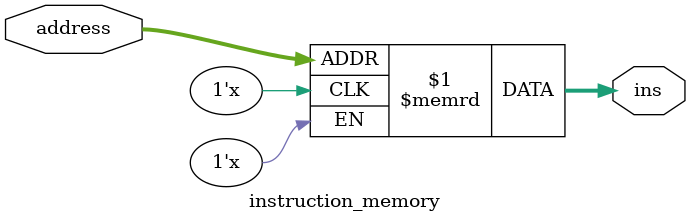
<source format=v>
module instruction_memory(ins,address);
	
	output [31:0] ins;
	input[11:0] address;
	reg[31:0] instructions[4095:0]; // 2^12 -1 
	assign ins = instructions[address];	
endmodule
</source>
